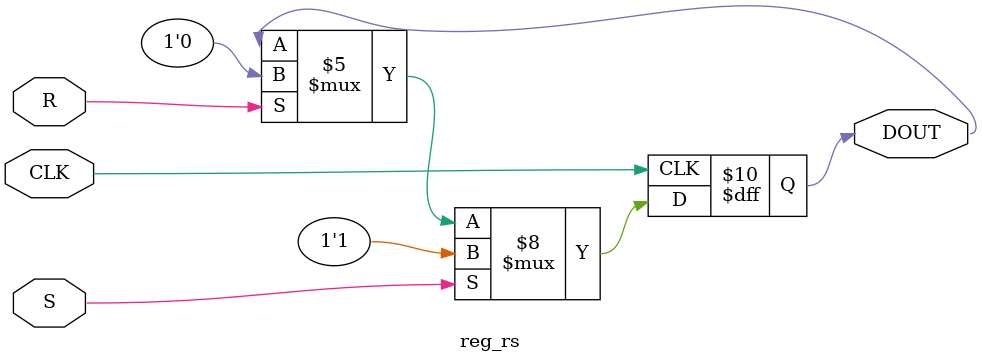
<source format=v>
module reg_rs(CLK, S, R, DOUT);

input wire CLK;
input wire S;
input wire R;
output reg DOUT;

initial begin
	DOUT <= 0;
end

always @ (posedge CLK) begin
	if (S==1) begin
		DOUT <= 1;
	end else if (R==1) begin
		DOUT <= 0;
	end	
end

endmodule
</source>
